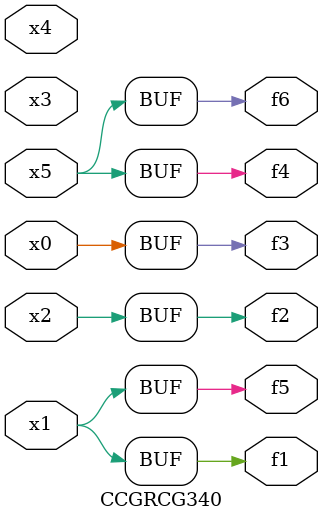
<source format=v>
module CCGRCG340(
	input x0, x1, x2, x3, x4, x5,
	output f1, f2, f3, f4, f5, f6
);
	assign f1 = x1;
	assign f2 = x2;
	assign f3 = x0;
	assign f4 = x5;
	assign f5 = x1;
	assign f6 = x5;
endmodule

</source>
